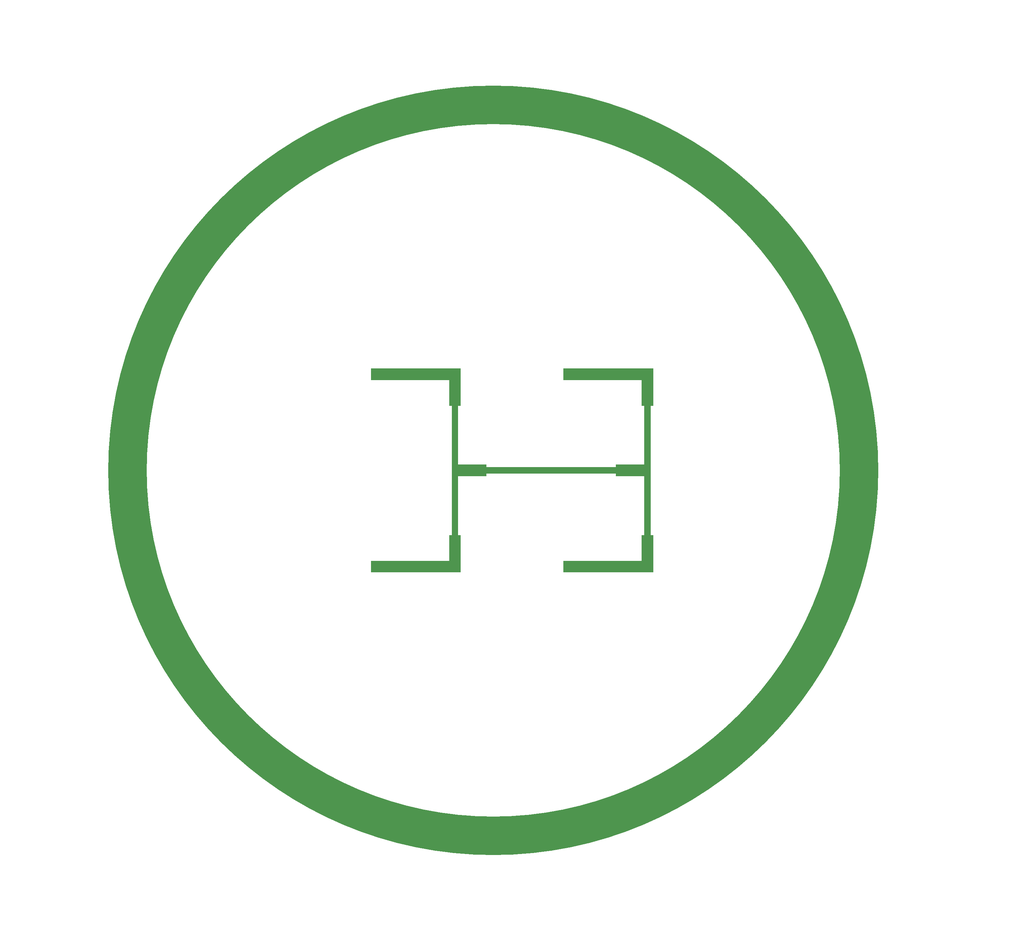
<source format=gbr>
G04 =======================================* 
G04 File Format: RS-274X * 
G04 Date:        April 27 2025 * 
G04 Time:        19:20:54 * 
G04 =======================================* 
G04 Format description *** 
G04 Code:          ASCII * 
G04 Unit:          Millimeter * 
G04 Coordinates:   Absolut * 
G04 Digits:        3.3-format * 
G04 Zeros skipped: Leading zeros omitted * 
G04 =======================================* 
%FSLAX33Y33*%
%MOMM*%
G90*
G71*
%ADD12C,0.982*%
%ADD11C,180*%
%ADD10C,200*%
%LPD*%
G54D10*
X0Y0D03*
%LPC*%
G54D11*
X0Y0D03*
%LPD*%
G36*
G01X-31808Y-26500D02*
G01X-11500Y-26500D01*
G01X-11500Y-23500D01*
G01X-31808Y-23500D01*
G37*
%LPD*%
G36*
G01X18191Y23500D02*
G01X38500Y23500D01*
G01X38500Y26500D01*
G01X18191Y26500D01*
G37*
%LPD*%
G36*
G01X18191Y-26500D02*
G01X38500Y-26500D01*
G01X38500Y-23500D01*
G01X18191Y-23500D01*
G37*
%LPD*%
G36*
G01X-31808Y23500D02*
G01X-11500Y23500D01*
G01X-11500Y26500D01*
G01X-31808Y26500D01*
G37*
%LPD*%
G36*
G01X39172Y1500D02*
G01X40827Y1500D01*
G01X40827Y16808D01*
G01X39172Y16808D01*
G37*
%LPD*%
G36*
G01X-10827Y1500D02*
G01X-9172Y1500D01*
G01X-9172Y16808D01*
G01X-10827Y16808D01*
G37*
%LPD*%
G36*
G01X-10827Y-16808D02*
G01X-9172Y-16808D01*
G01X-9172Y-1500D01*
G01X-10827Y-1500D01*
G37*
%LPD*%
G36*
G01X39172Y-16808D02*
G01X40827Y-16808D01*
G01X40827Y-1500D01*
G01X39172Y-1500D01*
G37*
%LPD*%
G36*
G01X16500Y-827D02*
G01X31808Y-827D01*
G01X31808Y827D01*
G01X16500Y827D01*
G37*
%LPD*%
G36*
G01X-1808Y-827D02*
G01X13500Y-827D01*
G01X13500Y827D01*
G01X-1808Y827D01*
G37*
%LPD*%
G36*
G01X-11500Y16808D02*
G01X-8500Y16808D01*
G01X-8500Y26500D01*
G01X-11500Y26500D01*
G37*
%LPD*%
G36*
G01X-11500Y-26500D02*
G01X-8500Y-26500D01*
G01X-8500Y-16808D01*
G01X-11500Y-16808D01*
G37*
%LPD*%
G36*
G01X38500Y16808D02*
G01X41500Y16808D01*
G01X41500Y26500D01*
G01X38500Y26500D01*
G37*
%LPD*%
G36*
G01X38500Y-26500D02*
G01X41500Y-26500D01*
G01X41500Y-16808D01*
G01X38500Y-16808D01*
G37*
%LPD*%
G36*
G01X-10827Y-1500D02*
G01X-1808Y-1500D01*
G01X-1808Y1500D01*
G01X-10827Y1500D01*
G37*
%LPD*%
G36*
G01X31808Y-1500D02*
G01X40827Y-1500D01*
G01X40827Y1500D01*
G01X31808Y1500D01*
G37*
%LPD*%
G36*
G01X13500Y-827D02*
G01X16500Y-827D01*
G01X16500Y827D01*
G01X13500Y827D01*
G37*
%LPD*%
G54D12*
X15000Y0D03*
M02* 
G04 End Of Gerber File* 

</source>
